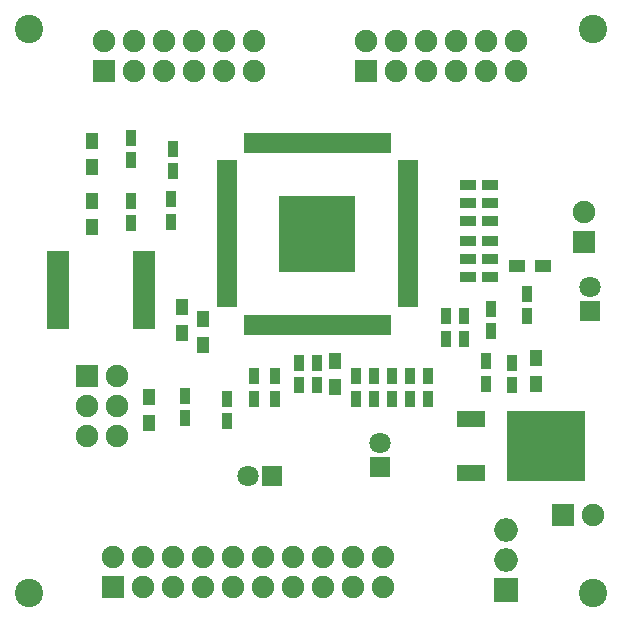
<source format=gbr>
G04 #@! TF.FileFunction,Soldermask,Top*
%FSLAX46Y46*%
G04 Gerber Fmt 4.6, Leading zero omitted, Abs format (unit mm)*
G04 Created by KiCad (PCBNEW 4.0.5) date 09/19/17 16:04:32*
%MOMM*%
%LPD*%
G01*
G04 APERTURE LIST*
%ADD10C,0.100000*%
%ADD11R,1.900000X1.900000*%
%ADD12O,1.900000X1.900000*%
%ADD13R,1.700000X0.500000*%
%ADD14R,0.500000X1.700000*%
%ADD15R,6.400000X6.400000*%
%ADD16R,0.950000X1.400000*%
%ADD17R,1.950000X0.650000*%
%ADD18R,1.800000X1.800000*%
%ADD19C,1.800000*%
%ADD20R,2.000000X2.000000*%
%ADD21O,2.000000X2.000000*%
%ADD22R,1.400000X0.950000*%
%ADD23R,1.100000X1.400000*%
%ADD24R,1.400000X1.100000*%
%ADD25R,2.400000X1.400000*%
%ADD26R,6.600000X6.000000*%
%ADD27C,2.400000*%
G04 APERTURE END LIST*
D10*
D11*
X86360000Y-58420000D03*
D12*
X86360000Y-55880000D03*
X88900000Y-58420000D03*
X88900000Y-55880000D03*
X91440000Y-58420000D03*
X91440000Y-55880000D03*
X93980000Y-58420000D03*
X93980000Y-55880000D03*
X96520000Y-58420000D03*
X96520000Y-55880000D03*
X99060000Y-58420000D03*
X99060000Y-55880000D03*
D13*
X112134000Y-78183000D03*
X112134000Y-77683000D03*
X112134000Y-77183000D03*
X112134000Y-76683000D03*
X112134000Y-76183000D03*
X112134000Y-75683000D03*
X112134000Y-75183000D03*
X112134000Y-74683000D03*
X112134000Y-74183000D03*
X112134000Y-73683000D03*
X112134000Y-73183000D03*
X112134000Y-72683000D03*
X112134000Y-72183000D03*
X112134000Y-71683000D03*
X112134000Y-71183000D03*
X112134000Y-70683000D03*
X112134000Y-70183000D03*
X112134000Y-69683000D03*
X112134000Y-69183000D03*
X112134000Y-68683000D03*
X112134000Y-68183000D03*
X112134000Y-67683000D03*
X112134000Y-67183000D03*
X112134000Y-66683000D03*
X112134000Y-66183000D03*
D14*
X110434000Y-64483000D03*
X109934000Y-64483000D03*
X109434000Y-64483000D03*
X108934000Y-64483000D03*
X108434000Y-64483000D03*
X107934000Y-64483000D03*
X107434000Y-64483000D03*
X106934000Y-64483000D03*
X106434000Y-64483000D03*
X105934000Y-64483000D03*
X105434000Y-64483000D03*
X104934000Y-64483000D03*
X104434000Y-64483000D03*
X103934000Y-64483000D03*
X103434000Y-64483000D03*
X102934000Y-64483000D03*
X102434000Y-64483000D03*
X101934000Y-64483000D03*
X101434000Y-64483000D03*
X100934000Y-64483000D03*
X100434000Y-64483000D03*
X99934000Y-64483000D03*
X99434000Y-64483000D03*
X98934000Y-64483000D03*
X98434000Y-64483000D03*
D13*
X96734000Y-66183000D03*
X96734000Y-66683000D03*
X96734000Y-67183000D03*
X96734000Y-67683000D03*
X96734000Y-68183000D03*
X96734000Y-68683000D03*
X96734000Y-69183000D03*
X96734000Y-69683000D03*
X96734000Y-70183000D03*
X96734000Y-70683000D03*
X96734000Y-71183000D03*
X96734000Y-71683000D03*
X96734000Y-72183000D03*
X96734000Y-72683000D03*
X96734000Y-73183000D03*
X96734000Y-73683000D03*
X96734000Y-74183000D03*
X96734000Y-74683000D03*
X96734000Y-75183000D03*
X96734000Y-75683000D03*
X96734000Y-76183000D03*
X96734000Y-76683000D03*
X96734000Y-77183000D03*
X96734000Y-77683000D03*
X96734000Y-78183000D03*
D14*
X98434000Y-79883000D03*
X98934000Y-79883000D03*
X99434000Y-79883000D03*
X99934000Y-79883000D03*
X100434000Y-79883000D03*
X100934000Y-79883000D03*
X101434000Y-79883000D03*
X101934000Y-79883000D03*
X102434000Y-79883000D03*
X102934000Y-79883000D03*
X103434000Y-79883000D03*
X103934000Y-79883000D03*
X104434000Y-79883000D03*
X104934000Y-79883000D03*
X105434000Y-79883000D03*
X105934000Y-79883000D03*
X106434000Y-79883000D03*
X106934000Y-79883000D03*
X107434000Y-79883000D03*
X107934000Y-79883000D03*
X108434000Y-79883000D03*
X108934000Y-79883000D03*
X109434000Y-79883000D03*
X109934000Y-79883000D03*
X110434000Y-79883000D03*
D15*
X104434000Y-72183000D03*
D16*
X122174000Y-77282000D03*
X122174000Y-79182000D03*
D17*
X82506000Y-74037000D03*
X82506000Y-74687000D03*
X82506000Y-75337000D03*
X82506000Y-75987000D03*
X82506000Y-76637000D03*
X82506000Y-77287000D03*
X82506000Y-77937000D03*
X82506000Y-78587000D03*
X82506000Y-79237000D03*
X82506000Y-79887000D03*
X89706000Y-79887000D03*
X89706000Y-79237000D03*
X89706000Y-78587000D03*
X89706000Y-77937000D03*
X89706000Y-77287000D03*
X89706000Y-76637000D03*
X89706000Y-75987000D03*
X89706000Y-75337000D03*
X89706000Y-74687000D03*
X89706000Y-74037000D03*
D11*
X87122000Y-102108000D03*
D12*
X87122000Y-99568000D03*
X89662000Y-102108000D03*
X89662000Y-99568000D03*
X92202000Y-102108000D03*
X92202000Y-99568000D03*
X94742000Y-102108000D03*
X94742000Y-99568000D03*
X97282000Y-102108000D03*
X97282000Y-99568000D03*
X99822000Y-102108000D03*
X99822000Y-99568000D03*
X102362000Y-102108000D03*
X102362000Y-99568000D03*
X104902000Y-102108000D03*
X104902000Y-99568000D03*
X107442000Y-102108000D03*
X107442000Y-99568000D03*
X109982000Y-102108000D03*
X109982000Y-99568000D03*
D18*
X100552000Y-92710000D03*
D19*
X98552000Y-92710000D03*
D20*
X120396000Y-102362000D03*
D21*
X120396000Y-99822000D03*
X120396000Y-97282000D03*
D16*
X118745000Y-82997000D03*
X118745000Y-84897000D03*
D18*
X109728000Y-91916000D03*
D19*
X109728000Y-89916000D03*
D18*
X127508000Y-78740000D03*
D19*
X127508000Y-76740000D03*
D16*
X92202000Y-66924000D03*
X92202000Y-65024000D03*
X119126000Y-78552000D03*
X119126000Y-80452000D03*
X92075000Y-69281000D03*
X92075000Y-71181000D03*
X96774000Y-86172000D03*
X96774000Y-88072000D03*
X104394000Y-83124000D03*
X104394000Y-85024000D03*
D22*
X117160000Y-75819000D03*
X119060000Y-75819000D03*
X117160000Y-72771000D03*
X119060000Y-72771000D03*
D16*
X110744000Y-84267000D03*
X110744000Y-86167000D03*
X116840000Y-79187000D03*
X116840000Y-81087000D03*
D22*
X117160000Y-69596000D03*
X119060000Y-69596000D03*
D16*
X100838000Y-84267000D03*
X100838000Y-86167000D03*
X109220000Y-84267000D03*
X109220000Y-86167000D03*
X115316000Y-79187000D03*
X115316000Y-81087000D03*
D22*
X117160000Y-74295000D03*
X119060000Y-74295000D03*
D16*
X107696000Y-84267000D03*
X107696000Y-86167000D03*
X113792000Y-84267000D03*
X113792000Y-86167000D03*
D22*
X117160000Y-71120000D03*
X119060000Y-71120000D03*
X117160000Y-68072000D03*
X119060000Y-68072000D03*
D16*
X99060000Y-84267000D03*
X99060000Y-86167000D03*
X112268000Y-84267000D03*
X112268000Y-86167000D03*
X102870000Y-83124000D03*
X102870000Y-85024000D03*
D11*
X84963000Y-84201000D03*
D12*
X87503000Y-84201000D03*
X84963000Y-86741000D03*
X87503000Y-86741000D03*
X84963000Y-89281000D03*
X87503000Y-89281000D03*
D23*
X122936000Y-84920000D03*
X122936000Y-82720000D03*
X85344000Y-66548000D03*
X85344000Y-64348000D03*
D24*
X123528000Y-74930000D03*
X121328000Y-74930000D03*
D23*
X85344000Y-71585000D03*
X85344000Y-69385000D03*
X90170000Y-88222000D03*
X90170000Y-86022000D03*
D11*
X108585000Y-58420000D03*
D12*
X108585000Y-55880000D03*
X111125000Y-58420000D03*
X111125000Y-55880000D03*
X113665000Y-58420000D03*
X113665000Y-55880000D03*
X116205000Y-58420000D03*
X116205000Y-55880000D03*
X118745000Y-58420000D03*
X118745000Y-55880000D03*
X121285000Y-58420000D03*
X121285000Y-55880000D03*
D23*
X94742000Y-81618000D03*
X94742000Y-79418000D03*
X92964000Y-80602000D03*
X92964000Y-78402000D03*
X105918000Y-85174000D03*
X105918000Y-82974000D03*
D25*
X117466000Y-87890000D03*
X117466000Y-92450000D03*
D26*
X123766000Y-90170000D03*
D16*
X93218000Y-85918000D03*
X93218000Y-87818000D03*
X88646000Y-65974000D03*
X88646000Y-64074000D03*
X88646000Y-69408000D03*
X88646000Y-71308000D03*
X120904000Y-83124000D03*
X120904000Y-85024000D03*
D11*
X125222000Y-96012000D03*
D12*
X127762000Y-96012000D03*
D11*
X127000000Y-72898000D03*
D12*
X127000000Y-70358000D03*
D27*
X80010000Y-102616000D03*
X127762000Y-102616000D03*
X127762000Y-54864000D03*
X80010000Y-54864000D03*
M02*

</source>
